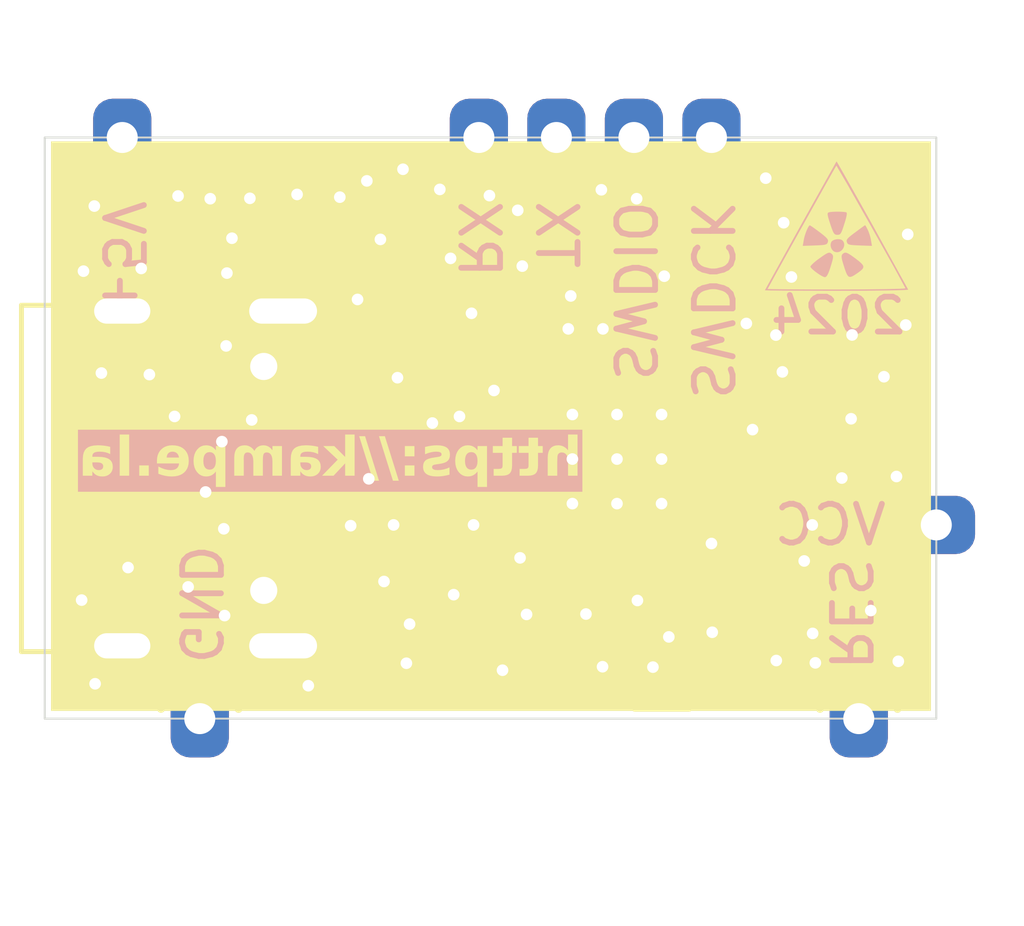
<source format=kicad_pcb>
(kicad_pcb (version 20240108) (generator "pcbnew") (generator_version "8.0")
  (layers (0 "F.Cu" signal) (31 "B.Cu" signal) (34 "B.Paste" user) (35 "F.Paste" user) (36 "B.SilkS" user "B.Silkscreen") (37 "F.SilkS" user "F.Silkscreen") (38 "B.Mask" user) (39 "F.Mask" user) (44 "Edge.Cuts" user))
  (net 0 "")
  (net 1 "GND")
  (net 2 "USB_P")
  (net 3 "Net-(U3-PG10)")
  (net 4 "3V3")
  (net 5 "/TPWR_C")
  (net 6 "Net-(D1-A)")
  (net 7 "Net-(D2-A)")
  (net 8 "Net-(D3-A)")
  (net 9 "Net-(D4-A)")
  (net 11 "Net-(J1-DN1)")
  (net 12 "/CC2")
  (net 13 "/CC1")
  (net 14 "Net-(J1-DP1)")
  (net 16 "/iRST")
  (net 17 "Net-(Q1-D)")
  (net 18 "/RST")
  (net 19 "Net-(U3-PB8)")
  (net 20 "TPWR")
  (net 21 "/iTXD")
  (net 22 "/iRXD")
  (net 23 "/xSWD")
  (net 24 "/iSWDO")
  (net 25 "/LED0")
  (net 26 "/LED1")
  (net 27 "/LED2")
  (net 28 "/SWCLK")
  (net 29 "/SWDIO")
  (net 30 "/xSWCLK")
  (net 31 "/RXD")
  (net 32 "/TXD")
  (net 33 "/D_P")
  (net 34 "/D_N")
  (net 35 "Net-(U3-PF1)")
  (net 44 "Net-(U3-PF0)")
  (footprint "Capacitor_SMD:C_0603_1608Metric" (layer "F.Cu") (at 134.6 45 90)
    (property "Reference" "C3" (hide yes))
    (property "Value" "4.7uFx6.3")
  )
  (footprint "Fiducial:Fiducial_0.5mm_Mask1.5mm" (layer "F.Cu") (at 128.2 40.6)
    (property "Reference" "FID1" (hide yes))
    (property "Value" "Fiducial")
  )
  (footprint "MyLib:Castellated_Hole" (layer "F.Cu") (at 141.4 31.8 90)
    (property "Reference" "SWDIO")
    (property "Value" "SWDIO")
  )
  (footprint "Resistor_SMD:R_0402_1005Metric" (layer "F.Cu") (at 140.2 34.6 90)
    (property "Reference" "R9" (hide yes))
    (property "Value" "5.1K")
  )
  (footprint "LED_SMD:LED_0402_1005Metric" (layer "F.Cu") (at 139.235 46.1)
    (property "Reference" "D3" (hide yes))
    (property "Value" "ORANGE")
  )
  (footprint "Capacitor_SMD:C_0402_1005Metric" (layer "F.Cu") (at 148 39.8)
    (property "Reference" "C4" (hide yes))
    (property "Value" "0.1u")
  )
  (footprint "Resistor_SMD:R_0402_1005Metric" (layer "F.Cu") (at 147 43.4 180)
    (property "Reference" "R8" (hide yes))
    (property "Value" "10K")
  )
  (footprint "Resistor_SMD:R_0402_1005Metric" (layer "F.Cu") (at 147 44.6)
    (property "Reference" "R7" (hide yes))
    (property "Value" "5.1K")
  )
  (footprint "Resistor_SMD:R_0402_1005Metric" (layer "F.Cu") (at 143 34.6 90)
    (property "Reference" "R14" (hide yes))
    (property "Value" "100")
  )
  (footprint "MyLib:KINGHELM_KH-TYPE-C-16P" (layer "F.Cu") (at 128.2 40.6 -90)
    (property "Reference" "J1" (hide yes))
    (property "Value" "KH-TYPE-C-16P")
  )
  (footprint "Capacitor_SMD:C_0402_1005Metric" (layer "F.Cu") (at 141.4 34.6 90)
    (property "Reference" "C10" (hide yes))
    (property "Value" "0.1u")
  )
  (footprint "Resistor_SMD:R_0402_1005Metric" (layer "F.Cu") (at 134.8 42.6 180)
    (property "Reference" "R3" (hide yes))
    (property "Value" "5.1K")
  )
  (footprint "Package_DFN_QFN:QFN-32-1EP_5x5mm_P0.5mm_EP3.45x3.45mm" (layer "F.Cu") (at 140.9625 40.1 180)
    (property "Reference" "U3" (hide yes))
    (property "Value" "STM32G431KBUx")
  )
  (footprint "LED_SMD:LED_0402_1005Metric" (layer "F.Cu") (at 130.9 32.5)
    (property "Reference" "D4" (hide yes))
    (property "Value" "YELLOW")
  )
  (footprint "MyLib:Castellated_Hole" (layer "F.Cu") (at 139.4 31.8 90)
    (property "Reference" "TX")
    (property "Value" "TX")
  )
  (footprint "Resistor_SMD:R_0402_1005Metric" (layer "F.Cu") (at 139.2 44.9)
    (property "Reference" "R16" (hide yes))
    (property "Value" "470")
  )
  (footprint "Resistor_SMD:R_0402_1005Metric" (layer "F.Cu") (at 145 44.6)
    (property "Reference" "R6" (hide yes))
    (property "Value" "10K")
  )
  (footprint "MyLib:Castellated_Hole" (layer "F.Cu") (at 143.4 31.8 90)
    (property "Reference" "SWDCK")
    (property "Value" "SWDCK")
  )
  (footprint "Package_TO_SOT_SMD:SOT-23" (layer "F.Cu") (at 136.6 35.4 -90)
    (property "Reference" "U4" (hide yes))
    (property "Value" "AP2127N-3.3TRG1")
  )
  (footprint "Resistor_SMD:R_0402_1005Metric" (layer "F.Cu") (at 136.8 44.9 180)
    (property "Reference" "R15" (hide yes))
    (property "Value" "470")
  )
  (footprint "MyLib:Castellated_Hole" (layer "F.Cu") (at 147.2 46.8 -90)
    (property "Reference" "RES")
    (property "Value" "RES")
  )
  (footprint "Resistor_SMD:R_0402_1005Metric" (layer "F.Cu") (at 141.91 36.2)
    (property "Reference" "R12" (hide yes))
    (property "Value" "470")
  )
  (footprint "Capacitor_SMD:C_0402_1005Metric" (layer "F.Cu") (at 145 43.4)
    (property "Reference" "C8" (hide yes))
    (property "Value" "0.1u")
  )
  (footprint "MyLib:EVQ-P2202M" (layer "F.Cu") (at 147 35.4 90)
    (property "Reference" "SW1" (hide yes))
    (property "Value" "EVQ-P2202M")
  )
  (footprint "Capacitor_SMD:C_0402_1005Metric" (layer "F.Cu") (at 136.88 42.6)
    (property "Reference" "C2" (hide yes))
    (property "Value" "0.1u")
  )
  (footprint "MyLib:Castellated_Hole" (layer "F.Cu") (at 149.2 41.8)
    (property "Reference" "VCC")
    (property "Value" "P_SNS")
  )
  (footprint "Resistor_SMD:R_0402_1005Metric" (layer "F.Cu") (at 145 46)
    (property "Reference" "R1" (hide yes))
    (property "Value" "100")
  )
  (footprint "MyLib:Castellated_Hole" (layer "F.Cu") (at 137.4 31.8 90)
    (property "Reference" "RX")
    (property "Value" "RX")
  )
  (footprint "Resistor_SMD:R_0402_1005Metric" (layer "F.Cu") (at 146 39.8 180)
    (property "Reference" "R4" (hide yes))
    (property "Value" "10K")
  )
  (footprint "Resistor_SMD:R_0402_1005Metric" (layer "F.Cu") (at 129.71 34.4 180)
    (property "Reference" "R11" (hide yes))
    (property "Value" "10K")
  )
  (footprint "Resistor_SMD:R_0402_1005Metric" (layer "F.Cu") (at 133 32.5 180)
    (property "Reference" "R17" (hide yes))
    (property "Value" "470")
  )
  (footprint "LED_SMD:LED_0402_1005Metric" (layer "F.Cu") (at 127.6 34.4)
    (property "Reference" "D1" (hide yes))
    (property "Value" "GREEN")
  )
  (footprint "Resistor_SMD:R_0402_1005Metric" (layer "F.Cu") (at 139.2 34.6 90)
    (property "Reference" "R10" (hide yes))
    (property "Value" "5.1K")
  )
  (footprint "LED_SMD:LED_0402_1005Metric" (layer "F.Cu") (at 136.8 46.1 180)
    (property "Reference" "D2" (hide yes))
    (property "Value" "RED")
  )
  (footprint "Resistor_SMD:R_0402_1005Metric" (layer "F.Cu") (at 134.8 39 180)
    (property "Reference" "R2" (hide yes))
    (property "Value" "5.1K")
  )
  (footprint "Capacitor_SMD:C_0402_1005Metric" (layer "F.Cu") (at 138.4 36.4)
    (property "Reference" "C1" (hide yes))
    (property "Value" "0.1u")
  )
  (footprint "MyLib:Castellated_Hole" (layer "F.Cu") (at 130.2 46.8 -90)
    (property "Reference" "GND")
    (property "Value" "GND")
  )
  (footprint "Package_TO_SOT_SMD:SOT-323_SC-70" (layer "F.Cu") (at 142.095815 45.4)
    (property "Reference" "Q1" (hide yes))
    (property "Value" "NX138BKWX")
  )
  (footprint "Resistor_SMD:R_0402_1005Metric" (layer "F.Cu") (at 144 34.6 90)
    (property "Reference" "R13" (hide yes))
    (property "Value" "100")
  )
  (footprint "Capacitor_SMD:C_0402_1005Metric" (layer "F.Cu") (at 136.8 38.2 180)
    (property "Reference" "C7" (hide yes))
    (property "Value" "0.1u")
  )
  (footprint "Capacitor_SMD:C_0603_1608Metric" (layer "F.Cu") (at 133 34.4)
    (property "Reference" "C6" (hide yes))
    (property "Value" "4.7uFx6.3")
  )
  (footprint "Capacitor_SMD:C_0402_1005Metric" (layer "F.Cu") (at 148.43 44 -90)
    (property "Reference" "C9" (hide yes))
    (property "Value" "0.1u")
  )
  (footprint "Package_TO_SOT_SMD:SOT-563" (layer "F.Cu") (at 136.2 40.6)
    (property "Reference" "U1" (hide yes))
    (property "Value" "NUF2042XV6")
  )
  (footprint "Crystal:Resonator_SMD_Murata_CSTxExxV-3Pin_3.0x1.1mm" (layer "F.Cu") (at 146 41.8)
    (property "Reference" "Y1" (hide yes))
    (property "Value" "CSTNE20M")
  )
  (footprint "MyLib:Castellated_Hole" (layer "F.Cu") (at 128.2 31.8 90)
    (property "Reference" "+5V")
    (property "Value" "+5")
  )
  (footprint "Resistor_SMD:R_0402_1005Metric" (layer "F.Cu") (at 142.95 43.68 180)
    (property "Reference" "R5" (hide yes))
    (property "Value" "10K")
  )
  (gr_poly (pts (xy 146.431504 34.773505) (xy 146.419093 34.775734) (xy 146.405339 34.779906) (xy 146.390003 34.786124) (xy 146.372848 34.794492) (xy 146.353637 34.805114) (xy 146.332131 34.818091) (xy 146.308092 34.833529) (xy 146.281284 34.851529) (xy 146.251469 34.872197) (xy 146.181864 34.921944) (xy 146.15712 34.939825) (xy 146.133233 34.957669) (xy 146.110318 34.975359) (xy 146.088488 34.992775) (xy 146.067857 35.009798) (xy 146.048539 35.026309) (xy 146.030647 35.04219) (xy 146.014295 35.057322) (xy 145.999596 35.071586) (xy 145.986665 35.084862) (xy 145.975615 35.097033) (xy 145.966559 35.107979) (xy 145.959612 35.117581) (xy 145.956965 35.121841) (xy 145.954887 35.125721) (xy 145.953394 35.129205) (xy 145.952498 35.13228) (xy 145.952215 35.134929) (xy 145.952559 35.137138) (xy 145.955303 35.143494) (xy 145.95951 35.150613) (xy 145.971954 35.16689) (xy 145.989184 35.185461) (xy 146.010491 35.20582) (xy 146.035168 35.22746) (xy 146.062505 35.249875) (xy 146.091796 35.27256) (xy 146.122333 35.295006) (xy 146.153407 35.316709) (xy 146.18431 35.33716) (xy 146.214335 35.355855) (xy 146.242773 35.372287) (xy 146.268917 35.385948) (xy 146.292059 35.396333) (xy 146.31149 35.402936) (xy 146.319593 35.40466) (xy 146.326503 35.405249) (xy 146.334404 35.404454) (xy 146.342254 35.402032) (xy 146.350083 35.397924) (xy 146.357922 35.392075) (xy 146.365803 35.384428) (xy 146.373756 35.374926) (xy 146.381812 35.363511) (xy 146.390003 35.350128) (xy 146.398359 35.334719) (xy 146.406912 35.317227) (xy 146.415691 35.297596) (xy 146.42473 35.275769) (xy 146.434057 35.251688) (xy 146.443705 35.225298) (xy 146.464086 35.16536) (xy 146.480252 35.11407) (xy 146.494362 35.068401) (xy 146.506425 35.027942) (xy 146.511692 35.009537) (xy 146.516452 34.992279) (xy 146.520705 34.976116) (xy 146.524453 34.960997) (xy 146.527697 34.946871) (xy 146.530439 34.933685) (xy 146.532679 34.921387) (xy 146.53442 34.909927) (xy 146.535662 34.899253) (xy 146.536406 34.889312) (xy 146.536654 34.880053) (xy 146.536408 34.871425) (xy 146.535668 34.863375) (xy 146.534435 34.855853) (xy 146.532712 34.848806) (xy 146.530499 34.842183) (xy 146.527798 34.835932) (xy 146.52461 34.830001) (xy 146.520936 34.824339) (xy 146.516777 34.818894) (xy 146.512136 34.813614) (xy 146.507012 34.808448) (xy 146.501408 34.803345) (xy 146.495325 34.798251) (xy 146.488763 34.793116) (xy 146.481725 34.787888) (xy 146.472467 34.781952) (xy 146.463053 34.777443) (xy 146.453246 34.774463) (xy 146.44281 34.773116)) (fill solid) (layer "B.SilkS"))
  (gr_poly (pts (xy 145.934949 34.068293) (xy 145.931084 34.069789) (xy 145.926881 34.072644) (xy 145.922366 34.076793) (xy 145.912511 34.088716) (xy 145.901737 34.105043) (xy 145.890259 34.125255) (xy 145.878296 34.148837) (xy 145.866064 34.175271) (xy 145.853781 34.204041) (xy 145.841663 34.23463) (xy 145.829927 34.266521) (xy 145.818791 34.299198) (xy 145.808471 34.332143) (xy 145.799185 34.364841) (xy 145.791149 34.396773) (xy 145.784581 34.427424) (xy 145.779698 34.456277) (xy 145.755003 34.597388) (xy 146.065448 34.586805) (xy 146.114906 34.584846) (xy 146.158996 34.582877) (xy 146.198052 34.580805) (xy 146.232411 34.578537) (xy 146.247934 34.5773) (xy 146.262408 34.575979) (xy 146.275876 34.574562) (xy 146.28838 34.573038) (xy 146.299961 34.571396) (xy 146.310662 34.569622) (xy 146.320524 34.567707) (xy 146.32959 34.565638) (xy 146.337901 34.563404) (xy 146.3455 34.560992) (xy 146.352429 34.558392) (xy 146.358729 34.555592) (xy 146.364442 34.55258) (xy 146.369611 34.549344) (xy 146.374277 34.545874) (xy 146.378483 34.542156) (xy 146.38227 34.53818) (xy 146.38568 34.533935) (xy 146.388756 34.529407) (xy 146.39154 34.524586) (xy 146.394072 34.519461) (xy 146.396396 34.514018) (xy 146.398554 34.508248) (xy 146.400586 34.502138) (xy 146.404528 34.490487) (xy 146.406987 34.479214) (xy 146.407803 34.468117) (xy 146.407544 34.462571) (xy 146.406815 34.456993) (xy 146.405595 34.451359) (xy 146.403863 34.445643) (xy 146.398788 34.433863) (xy 146.391428 34.421453) (xy 146.381624 34.408211) (xy 146.369216 34.393935) (xy 146.354043 34.378425) (xy 146.335945 34.361477) (xy 146.314762 34.342892) (xy 146.290334 34.322467) (xy 146.2625 34.3) (xy 146.195975 34.248138) (xy 146.147868 34.212047) (xy 146.102159 34.178354) (xy 146.059922 34.147803) (xy 146.022232 34.121138) (xy 145.990165 34.099103) (xy 145.964796 34.082443) (xy 145.954958 34.07636) (xy 145.947198 34.071901) (xy 145.94165 34.069157) (xy 145.939747 34.068457) (xy 145.938448 34.068221)) (fill solid) (layer "B.SilkS"))
  (gr_poly (pts (xy 146.580744 33.715719) (xy 146.513751 33.719192) (xy 146.484711 33.721796) (xy 146.459739 33.72498) (xy 146.439655 33.728742) (xy 146.425281 33.733083) (xy 146.417306 33.736179) (xy 146.410598 33.740324) (xy 146.405181 33.745741) (xy 146.401082 33.752651) (xy 146.398327 33.761276) (xy 146.396941 33.77184) (xy 146.396951 33.784563) (xy 146.398382 33.799669) (xy 146.401259 33.81738) (xy 146.405609 33.837917) (xy 146.411458 33.861503) (xy 146.418832 33.88836) (xy 146.438255 33.952776) (xy 146.464086 34.032944) (xy 146.479208 34.077931) (xy 146.492949 34.117845) (xy 146.505502 34.152983) (xy 146.517058 34.183646) (xy 146.522522 34.197393) (xy 146.527808 34.210134) (xy 146.53294 34.221905) (xy 146.537942 34.232745) (xy 146.542839 34.242692) (xy 146.547653 34.251781) (xy 146.552409 34.260052) (xy 146.557131 34.267541) (xy 146.561843 34.274286) (xy 146.566568 34.280324) (xy 146.571331 34.285693) (xy 146.576155 34.29043) (xy 146.581065 34.294573) (xy 146.586083 34.298159) (xy 146.591235 34.301226) (xy 146.596543 34.303811) (xy 146.602033 34.305951) (xy 146.607727 34.307685) (xy 146.61365 34.309049) (xy 146.619825 34.310081) (xy 146.626277 34.310818) (xy 146.63303 34.311299) (xy 146.647531 34.311638) (xy 146.662613 34.311298) (xy 146.676242 34.310074) (xy 146.688621 34.307662) (xy 146.699951 34.303756) (xy 146.710434 34.298051) (xy 146.720271 34.290244) (xy 146.729663 34.280028) (xy 146.738812 34.2671) (xy 146.74792 34.251153) (xy 146.757188 34.231884) (xy 146.766818 34.208987) (xy 146.777011 34.182158) (xy 146.799894 34.115481) (xy 146.827447 34.029416) (xy 146.838196 33.995973) (xy 146.847953 33.964448) (xy 146.856717 33.934856) (xy 146.864489 33.907211) (xy 146.871269 33.881531) (xy 146.877057 33.857829) (xy 146.881852 33.836123) (xy 146.885656 33.816426) (xy 146.888467 33.798756) (xy 146.890286 33.783126) (xy 146.891113 33.769553) (xy 146.891154 33.763543) (xy 146.890947 33.758053) (xy 146.890493 33.753084) (xy 146.88979 33.74864) (xy 146.888839 33.744721) (xy 146.88764 33.74133) (xy 146.886193 33.738469) (xy 146.884498 33.736139) (xy 146.882555 33.734343) (xy 146.880364 33.733083) (xy 146.86661 33.728742) (xy 146.847064 33.72498) (xy 146.822546 33.721796) (xy 146.793879 33.719192) (xy 146.727381 33.715719) (xy 146.654145 33.714562)) (fill solid) (layer "B.SilkS"))
  (gr_poly (pts (xy 146.655269 34.425024) (xy 146.63342 34.426732) (xy 146.611736 34.429969) (xy 146.59059 34.43469) (xy 146.570354 34.440847) (xy 146.560693 34.44445) (xy 146.551399 34.448395) (xy 146.542518 34.452675) (xy 146.534098 34.457286) (xy 146.526183 34.46222) (xy 146.518822 34.467474) (xy 146.51206 34.473039) (xy 146.505944 34.478912) (xy 146.500521 34.485086) (xy 146.495836 34.491555) (xy 146.490873 34.500314) (xy 146.48656 34.50937) (xy 146.482883 34.518692) (xy 146.47983 34.528245) (xy 146.477391 34.537997) (xy 146.475551 34.547916) (xy 146.474299 34.557967) (xy 146.473622 34.568119) (xy 146.473509 34.578337) (xy 146.473947 34.58859) (xy 146.474924 34.598844) (xy 146.476427 34.609067) (xy 146.478444 34.619225) (xy 146.480963 34.629285) (xy 146.483972 34.639215) (xy 146.487458 34.648982) (xy 146.491409 34.658552) (xy 146.495813 34.667893) (xy 146.500658 34.676971) (xy 146.505931 34.685755) (xy 146.511619 34.69421) (xy 146.517712 34.702304) (xy 146.524196 34.710004) (xy 146.531059 34.717277) (xy 146.538289 34.72409) (xy 146.545874 34.730411) (xy 146.553801 34.736205) (xy 146.562058 34.741441) (xy 146.570633 34.746085) (xy 146.579513 34.750105) (xy 146.588687 34.753467) (xy 146.598142 34.756138) (xy 146.613276 34.759343) (xy 146.628224 34.761065) (xy 146.642942 34.761373) (xy 146.657391 34.760334) (xy 146.671526 34.758016) (xy 146.685307 34.754487) (xy 146.698691 34.749815) (xy 146.711637 34.744067) (xy 146.724102 34.737311) (xy 146.736045 34.729615) (xy 146.747423 34.721048) (xy 146.758194 34.711676) (xy 146.768317 34.701568) (xy 146.777749 34.690791) (xy 146.786449 34.679413) (xy 146.794375 34.667503) (xy 146.801483 34.655127) (xy 146.807734 34.642354) (xy 146.813084 34.629252) (xy 146.817491 34.615888) (xy 146.820914 34.602331) (xy 146.823311 34.588647) (xy 146.824639 34.574905) (xy 146.824857 34.561173) (xy 146.823922 34.547519) (xy 146.821793 34.53401) (xy 146.818428 34.520713) (xy 146.813784 34.507698) (xy 146.80782 34.495032) (xy 146.800494 34.482783) (xy 146.791763 34.471018) (xy 146.781586 34.459805) (xy 146.77562 34.454419) (xy 146.768998 34.449503) (xy 146.761766 34.445051) (xy 146.75397 34.441056) (xy 146.745658 34.437514) (xy 146.736876 34.434419) (xy 146.72767 34.431763) (xy 146.718086 34.429543) (xy 146.708172 34.427751) (xy 146.697974 34.426383) (xy 146.676911 34.424892)) (fill solid) (layer "B.SilkS"))
  (gr_poly (pts (xy 146.84954 34.772292) (xy 146.844032 34.772873) (xy 146.838679 34.773854) (xy 146.833456 34.775224) (xy 146.828335 34.776971) (xy 146.823293 34.779084) (xy 146.818302 34.781551) (xy 146.813336 34.78436) (xy 146.799698 34.793561) (xy 146.787905 34.802902) (xy 146.777982 34.812769) (xy 146.769956 34.823552) (xy 146.763852 34.835636) (xy 146.759696 34.849411) (xy 146.757515 34.865262) (xy 146.757333 34.883579) (xy 146.759177 34.904748) (xy 146.763072 34.929158) (xy 146.769045 34.957195) (xy 146.777122 34.989247) (xy 146.787327 35.025702) (xy 146.799687 35.066948) (xy 146.830975 35.16536) (xy 146.846867 35.2133) (xy 146.861699 35.255353) (xy 146.875817 35.29167) (xy 146.882718 35.307725) (xy 146.889569 35.322402) (xy 146.896416 35.335719) (xy 146.903301 35.347696) (xy 146.910267 35.358352) (xy 146.917358 35.367705) (xy 146.924616 35.375773) (xy 146.932086 35.382576) (xy 146.939811 35.388133) (xy 146.947833 35.392461) (xy 146.956196 35.39558) (xy 146.964944 35.397509) (xy 146.974119 35.398266) (xy 146.983765 35.39787) (xy 146.993926 35.39634) (xy 147.004643 35.393694) (xy 147.015962 35.389951) (xy 147.027925 35.38513) (xy 147.040574 35.37925) (xy 147.053955 35.372329) (xy 147.08308 35.35544) (xy 147.115648 35.334614) (xy 147.152003 35.309999) (xy 147.192262 35.281689) (xy 147.227023 35.255994) (xy 147.256245 35.232469) (xy 147.268765 35.221382) (xy 147.279885 35.21067) (xy 147.289599 35.200279) (xy 147.297903 35.190153) (xy 147.30479 35.180236) (xy 147.310257 35.170473) (xy 147.314297 35.160808) (xy 147.316906 35.151186) (xy 147.318078 35.14155) (xy 147.317809 35.131847) (xy 147.316092 35.122019) (xy 147.312924 35.112011) (xy 147.308298 35.101769) (xy 147.302209 35.091236) (xy 147.294653 35.080356) (xy 147.285625 35.069075) (xy 147.275118 35.057337) (xy 147.263128 35.045085) (xy 147.24965 35.032265) (xy 147.234679 35.018822) (xy 147.200234 34.98984) (xy 147.159755 34.957695) (xy 147.113198 34.921944) (xy 147.078437 34.896214) (xy 147.046776 34.873203) (xy 147.01801 34.852816) (xy 146.99193 34.834962) (xy 146.968331 34.819547) (xy 146.947006 34.806478) (xy 146.937132 34.800794) (xy 146.927748 34.795662) (xy 146.91883 34.79107) (xy 146.91035 34.787006) (xy 146.902284 34.783459) (xy 146.894606 34.780417) (xy 146.88729 34.777869) (xy 146.880309 34.775803) (xy 146.873638 34.774206) (xy 146.867252 34.773069) (xy 146.861124 34.772378) (xy 146.855229 34.772123)) (fill solid) (layer "B.SilkS"))
  (gr_poly (pts (xy 147.361127 34.06563) (xy 147.356228 34.06838) (xy 147.339857 34.07897) (xy 147.315549 34.095761) (xy 147.284295 34.118051) (xy 147.20492 34.176315) (xy 147.10967 34.248138) (xy 147.072681 34.275291) (xy 147.039652 34.3) (xy 147.010404 34.322467) (xy 146.984764 34.342892) (xy 146.962555 34.361477) (xy 146.952683 34.370143) (xy 146.943602 34.378425) (xy 146.935292 34.386347) (xy 146.927729 34.393935) (xy 146.920892 34.401215) (xy 146.91476 34.408211) (xy 146.90931 34.414949) (xy 146.904519 34.421453) (xy 146.900367 34.427749) (xy 146.896832 34.433863) (xy 146.89389 34.439819) (xy 146.891521 34.445643) (xy 146.889702 34.451359) (xy 146.888412 34.456993) (xy 146.887628 34.462571) (xy 146.887328 34.468117) (xy 146.887491 34.473656) (xy 146.888095 34.479214) (xy 146.889117 34.484816) (xy 146.890536 34.490487) (xy 146.892329 34.496253) (xy 146.894475 34.502138) (xy 146.898665 34.514018) (xy 146.903522 34.524586) (xy 146.909381 34.533935) (xy 146.916579 34.542156) (xy 146.925451 34.549344) (xy 146.936333 34.555592) (xy 146.949561 34.560992) (xy 146.965472 34.565638) (xy 146.9844 34.569622) (xy 147.006682 34.573038) (xy 147.032654 34.575979) (xy 147.062651 34.578537) (xy 147.136066 34.582877) (xy 147.229614 34.586805) (xy 147.540059 34.597388) (xy 147.515364 34.456277) (xy 147.513058 34.440631) (xy 147.510141 34.42421) (xy 147.506667 34.407148) (xy 147.502686 34.38958) (xy 147.493412 34.353462) (xy 147.482732 34.31693) (xy 147.47106 34.281059) (xy 147.45881 34.246925) (xy 147.446393 34.215603) (xy 147.434225 34.188166) (xy 147.422367 34.163616) (xy 147.410799 34.140596) (xy 147.399809 34.119643) (xy 147.394621 34.110109) (xy 147.389687 34.101294) (xy 147.385042 34.093265) (xy 147.380723 34.086088) (xy 147.376765 34.079831) (xy 147.373206 34.07456) (xy 147.37008 34.070344) (xy 147.367425 34.06725) (xy 147.366285 34.066144) (xy 147.365276 34.065344) (xy 147.364403 34.064858) (xy 147.36367 34.064694)) (fill solid) (layer "B.SilkS"))
  (gr_poly (pts (xy 145.695472 34.083215) (xy 144.777808 35.743916) (xy 144.924377 35.749097) (xy 145.323291 35.753617) (xy 146.63342 35.758027) (xy 147.359701 35.755546) (xy 147.945753 35.748767) (xy 148.16883 35.744074) (xy 148.336013 35.738679) (xy 148.440359 35.732706) (xy 148.466796 35.72954) (xy 148.473201 35.72792) (xy 148.47492 35.726277) (xy 148.455461 35.690999) (xy 148.404364 35.690999) (xy 148.370664 35.697428) (xy 148.269041 35.703401) (xy 147.890632 35.713489) (xy 147.326352 35.720269) (xy 146.63342 35.722749) (xy 145.940763 35.721537) (xy 145.373121 35.718339) (xy 144.989365 35.713819) (xy 144.884841 35.71127) (xy 144.848364 35.708638) (xy 145.106333 35.23768) (xy 145.726781 34.121138) (xy 146.352079 33.001069) (xy 146.546328 32.656669) (xy 146.601118 32.56153) (xy 146.622836 32.526583) (xy 146.899712 32.999691) (xy 147.501694 34.062489) (xy 148.109629 35.148438) (xy 148.404364 35.690999) (xy 148.455461 35.690999) (xy 147.550642 34.050582) (xy 147.193895 33.413378) (xy 146.900649 32.892589) (xy 146.70133 32.542457) (xy 146.646401 32.448337) (xy 146.626364 32.417221)) (fill solid) (layer "B.SilkS"))
  (gr_poly (pts (xy 126.3625 31.9) (xy 149.0625 31.9) (xy 149.0625 46.6) (xy 126.3625 46.6)) (fill solid) (layer "F.SilkS"))
  (gr_rect (start 126.2 31.8) (end 149.2 46.8) (stroke (width 0.05)) (fill none) (layer "Edge.Cuts"))
  (gr_text "2024" (at 146.6625 36.4 0) (layer "B.SilkS") (effects (font (size 0.9 0.9) (thickness 0.15) (bold yes)) (justify mirror)))
  (gr_text "https://kampe.la" (at 140.0625 40.7 0) (layer "B.SilkS" knockout) (effects (font (size 1 1) (thickness 0.25) (bold yes)) (justify left bottom mirror)))
  (segment (start 138.88 36.4) (end 137.55 35.07) (width 0.125) (layer "F.Cu") (net 1))
  (segment (start 140.2125 37.6625) (end 140.2125 39.35) (width 0.125) (layer "F.Cu") (net 1))
  (segment (start 139.2125 37.146714) (end 139.2125 37.6625) (width 0.125) (layer "F.Cu") (net 1))
  (via (at 127.1525 43.74) (size 0.55) (drill 0.3) (layers "F.Cu" "B.Cu") (net 1))
  (via (at 142.1125 41.25) (size 0.55) (drill 0.3) (layers "F.Cu" "B.Cu") (net 1))
  (via (at 140.9625 38.95) (size 0.55) (drill 0.3) (layers "F.Cu" "B.Cu") (net 1))
  (via (at 135.3 38) (size 0.55) (drill 0.3) (layers "F.Cu" "B.Cu") (net 1))
  (via (at 138.63 44.11) (size 0.55) (drill 0.3) (layers "F.Cu" "B.Cu") (net 1))
  (via (at 133.8125 33.34) (size 0.55) (drill 0.3) (layers "F.Cu" "B.Cu") (net 1))
  (via (at 129.55 39) (size 0.55) (drill 0.3) (layers "F.Cu" "B.Cu") (net 1))
  (via (at 128.9 37.92) (size 0.55) (drill 0.3) (layers "F.Cu" "B.Cu") (net 1))
  (via (at 134.56 40.61) (size 0.55) (drill 0.3) (layers "F.Cu" "B.Cu") (net 1))
  (via (at 135.4425 32.62) (size 0.55) (drill 0.3) (layers "F.Cu" "B.Cu") (net 1))
  (via (at 130.77 39.65) (size 0.55) (drill 0.3) (layers "F.Cu" "B.Cu") (net 1))
  (via (at 144.8 32.85) (size 0.55) (drill 0.3) (layers "F.Cu" "B.Cu") (net 1))
  (via (at 134.0925 41.82) (size 0.55) (drill 0.3) (layers "F.Cu" "B.Cu") (net 1))
  (via (at 130.9 35.3) (size 0.55) (drill 0.3) (layers "F.Cu" "B.Cu") (net 1))
  (via (at 146.7625 40.59) (size 0.55) (drill 0.3) (layers "F.Cu" "B.Cu") (net 1))
  (via (at 128.35 42.9) (size 0.55) (drill 0.3) (layers "F.Cu" "B.Cu") (net 1))
  (via (at 144.3 36.6) (size 0.55) (drill 0.3) (layers "F.Cu" "B.Cu") (net 1))
  (via (at 141.49 43.75) (size 0.55) (drill 0.3) (layers "F.Cu" "B.Cu") (net 1))
  (via (at 127.2 35.25) (size 0.55) (drill 0.3) (layers "F.Cu" "B.Cu") (net 1))
  (via (at 135.2 41.8) (size 0.55) (drill 0.3) (layers "F.Cu" "B.Cu") (net 1))
  (via (at 136.3925 33.14) (size 0.55) (drill 0.3) (layers "F.Cu" "B.Cu") (net 1))
  (via (at 135.6125 44.36) (size 0.55) (drill 0.3) (layers "F.Cu" "B.Cu") (net 1))
  (via (at 127.5 45.9) (size 0.55) (drill 0.3) (layers "F.Cu" "B.Cu") (net 1))
  (via (at 148.4125 36.64) (size 0.55) (drill 0.3) (layers "F.Cu" "B.Cu") (net 1))
  (via (at 145.0625 36.9) (size 0.55) (drill 0.3) (layers "F.Cu" "B.Cu") (net 1))
  (via (at 127.6625 37.88) (size 0.55) (drill 0.3) (layers "F.Cu" "B.Cu") (net 1))
  (via (at 127.48 33.57) (size 0.55) (drill 0.3) (layers "F.Cu" "B.Cu") (net 1))
  (via (at 140.9625 41.25) (size 0.55) (drill 0.3) (layers "F.Cu" "B.Cu") (net 1))
  (via (at 134.9525 43.26) (size 0.55) (drill 0.3) (layers "F.Cu" "B.Cu") (net 1))
  (via (at 147.0025 39.06) (size 0.55) (drill 0.3) (layers "F.Cu" "B.Cu") (net 1))
  (via (at 141.47 33.38) (size 0.55) (drill 0.3) (layers "F.Cu" "B.Cu") (net 1))
  (via (at 147.027964 36.897004) (size 0.55) (drill 0.3) (layers "F.Cu" "B.Cu") (net 1))
  (via (at 148.1725 40.55) (size 0.55) (drill 0.3) (layers "F.Cu" "B.Cu") (net 1))
  (via (at 136.75 43.6) (size 0.55) (drill 0.3) (layers "F.Cu" "B.Cu") (net 1))
  (via (at 146.08 45.36) (size 0.55) (drill 0.3) (layers "F.Cu" "B.Cu") (net 1))
  (via (at 129.9 43.4) (size 0.55) (drill 0.3) (layers "F.Cu" "B.Cu") (net 1))
  (via (at 139.8125 38.95) (size 0.55) (drill 0.3) (layers "F.Cu" "B.Cu") (net 1))
  (via (at 130.35 40.95) (size 0.55) (drill 0.3) (layers "F.Cu" "B.Cu") (net 1))
  (via (at 139.8125 40.1) (size 0.55) (drill 0.3) (layers "F.Cu" "B.Cu") (net 1))
  (via (at 140.1625 44.1) (size 0.55) (drill 0.3) (layers "F.Cu" "B.Cu") (net 1))
  (via (at 129.64 33.31) (size 0.55) (drill 0.3) (layers "F.Cu" "B.Cu") (net 1))
  (via (at 130.88 37.18) (size 0.55) (drill 0.3) (layers "F.Cu" "B.Cu") (net 1))
  (via (at 138.4025 33.68) (size 0.55) (drill 0.3) (layers "F.Cu" "B.Cu") (net 1))
  (via (at 134.27 35.98) (size 0.55) (drill 0.3) (layers "F.Cu" "B.Cu") (net 1))
  (via (at 130.82 41.9) (size 0.55) (drill 0.3) (layers "F.Cu" "B.Cu") (net 1))
  (via (at 148.22 45.32) (size 0.55) (drill 0.3) (layers "F.Cu" "B.Cu") (net 1))
  (via (at 133 45.95) (size 0.55) (drill 0.3) (layers "F.Cu" "B.Cu") (net 1))
  (via (at 131.4925 33.37) (size 0.55) (drill 0.3) (layers "F.Cu" "B.Cu") (net 1))
  (via (at 146.000002 41.8) (size 0.55) (drill 0.3) (layers "F.Cu" "B.Cu") (net 1))
  (via (at 128.69 35.18) (size 0.55) (drill 0.3) (layers "F.Cu" "B.Cu") (net 1))
  (via (at 137.2625 41.8) (size 0.55) (drill 0.3) (layers "F.Cu" "B.Cu") (net 1))
  (via (at 138.4625 42.65) (size 0.55) (drill 0.3) (layers "F.Cu" "B.Cu") (net 1))
  (via (at 130.84 44.14) (size 0.55) (drill 0.3) (layers "F.Cu" "B.Cu") (net 1))
  (via (at 140.56 33.15) (size 0.55) (drill 0.3) (layers "F.Cu" "B.Cu") (net 1))
  (via (at 141.89 45.47) (size 0.55) (drill 0.3) (layers "F.Cu" "B.Cu") (net 1))
  (via (at 130.47 33.38) (size 0.55) (drill 0.3) (layers "F.Cu" "B.Cu") (net 1))
  (via (at 145.4625 35.4) (size 0.55) (drill 0.3) (layers "F.Cu" "B.Cu") (net 1))
  (via (at 148.4625 34.3) (size 0.55) (drill 0.3) (layers "F.Cu" "B.Cu") (net 1))
  (via (at 132.71 33.27) (size 0.55) (drill 0.3) (layers "F.Cu" "B.Cu") (net 1))
  (via (at 143.42 44.57) (size 0.55) (drill 0.3) (layers "F.Cu" "B.Cu") (net 1))
  (via (at 140.59 45.46) (size 0.55) (drill 0.3) (layers "F.Cu" "B.Cu") (net 1))
  (via (at 145.2625 34) (size 0.55) (drill 0.3) (layers "F.Cu" "B.Cu") (net 1))
  (via (at 135.53 45.37) (size 0.55) (drill 0.3) (layers "F.Cu" "B.Cu") (net 1))
  (via (at 140.9625 40.1) (size 0.55) (drill 0.3) (layers "F.Cu" "B.Cu") (net 1))
  (via (at 145.7925 42.73) (size 0.55) (drill 0.3) (layers "F.Cu" "B.Cu") (net 1))
  (via (at 137.6725 33.3) (size 0.55) (drill 0.3) (layers "F.Cu" "B.Cu") (net 1))
  (via (at 138.01 45.55) (size 0.55) (drill 0.3) (layers "F.Cu" "B.Cu") (net 1))
  (via (at 142.1125 38.95) (size 0.55) (drill 0.3) (layers "F.Cu" "B.Cu") (net 1))
  (via (at 142.1825 35.38) (size 0.55) (drill 0.3) (layers "F.Cu" "B.Cu") (net 1))
  (via (at 136.67 34.92) (size 0.55) (drill 0.3) (layers "F.Cu" "B.Cu") (net 1))
  (via (at 139.8125 41.25) (size 0.55) (drill 0.3) (layers "F.Cu" "B.Cu") (net 1))
  (via (at 145.0725 45.3) (size 0.55) (drill 0.3) (layers "F.Cu" "B.Cu") (net 1))
  (via (at 142.1125 40.1) (size 0.55) (drill 0.3) (layers "F.Cu" "B.Cu") (net 1))
  (arc (start 142.7125 42.264214) (mid 142.63638 41.881531) (end 142.419607 41.557107) (width 0.125) (layer "F.Cu") (net 1))
  (arc (start 139.2125 37.146714) (mid 139.13638 36.764031) (end 138.919607 36.439607) (width 0.125) (layer "F.Cu") (net 1))
  (arc (start 139.505393 38.642893) (mid 139.28862 38.31847) (end 139.2125 37.935786) (width 0.125) (layer "F.Cu") (net 1))
  (segment (start 132.137107 38.492893) (end 131.54 39.09) (width 0.25) (layer "F.Cu") (net 2))
  (segment (start 136.232238 40.941022) (end 136.4 42.6) (width 0.25) (layer "F.Cu") (net 2))
  (segment (start 136.315624 40.699211) (end 136.295502 40.724629) (width 0.25) (layer "F.Cu") (net 2))
  (segment (start 137.21 36.3375) (end 137.8575 36.3375) (width 0.25) (layer "F.Cu") (net 2))
  (segment (start 136.264302 42.871395) (end 136.4 42.6) (width 0.25) (layer "F.Cu") (net 2))
  (segment (start 136.95 40.6) (end 136.561942 40.585627) (width 0.25) (layer "F.Cu") (net 2))
  (segment (start 134.6 44.225) (end 135.490833 43.700045) (width 0.25) (layer "F.Cu") (net 2))
  (segment (start 131.832893 42.402893) (end 132.137107 42.707107) (width 0.25) (layer "F.Cu") (net 2))
  (segment (start 134.012893 43.292893) (end 134.6 43.88) (width 0.25) (layer "F.Cu") (net 2))
  (segment (start 134.6 43.88) (end 134.6 44.225) (width 0.25) (layer "F.Cu") (net 2))
  (segment (start 136.6 36.3375) (end 137.21 36.3375) (width 0.25) (layer "F.Cu") (net 2))
  (segment (start 131.54 39.09) (end 131.54 41.695786) (width 0.25) (layer "F.Cu") (net 2))
  (via (at 137.21 36.3375) (size 0.55) (drill 0.3) (layers "F.Cu" "B.Cu") (net 2))
  (via (at 131.54 39.09) (size 0.55) (drill 0.3) (layers "F.Cu" "B.Cu") (net 2))
  (arc (start 136.232238 40.941022) (mid 136.242769 40.826656) (end 136.295502 40.724629) (width 0.25) (layer "F.Cu") (net 2))
  (arc (start 132.844214 43) (mid 132.461531 42.92388) (end 132.137107 42.707107) (width 0.25) (layer "F.Cu") (net 2))
  (arc (start 136.264302 42.871395) (mid 135.937503 43.341664) (end 135.490833 43.700045) (width 0.25) (layer "F.Cu") (net 2))
  (arc (start 131.54 41.695786) (mid 131.61612 42.078469) (end 131.832893 42.402893) (width 0.25) (layer "F.Cu") (net 2))
  (arc (start 132.137107 38.492893) (mid 132.46153 38.27612) (end 132.844214 38.2) (width 0.25) (layer "F.Cu") (net 2))
  (arc (start 134.012893 43.292893) (mid 133.68847 43.07612) (end 133.305786 43) (width 0.25) (layer "F.Cu") (net 2))
  (arc (start 136.561942 40.585627) (mid 136.425213 40.612991) (end 136.315624 40.699211) (width 0.25) (layer "F.Cu") (net 2))
  (segment (start 132.395786 39.09) (end 131.54 39.09) (width 0.25) (layer "B.Cu") (net 2))
  (segment (start 130.05 35.784214) (end 130.05 37.185786) (width 0.25) (layer "B.Cu") (net 2))
  (segment (start 137.21 36.3375) (end 135.976714 36.3375) (width 0.25) (layer "B.Cu") (net 2))
  (segment (start 128.2 31.8) (end 128.2 33.105786) (width 0.25) (layer "B.Cu") (net 2))
  (segment (start 135.269607 36.630393) (end 133.102893 38.797107) (width 0.25) (layer "B.Cu") (net 2))
  (segment (start 128.492893 33.812893) (end 129.757107 35.077107) (width 0.25) (layer "B.Cu") (net 2))
  (segment (start 130.342893 37.892893) (end 131.54 39.09) (width 0.25) (layer "B.Cu") (net 2))
  (arc (start 132.395786 39.09) (mid 132.778469 39.01388) (end 133.102893 38.797107) (width 0.25) (layer "B.Cu") (net 2))
  (arc (start 128.2 33.105786) (mid 128.27612 33.488469) (end 128.492893 33.812893) (width 0.25) (layer "B.Cu") (net 2))
  (arc (start 130.05 37.185786) (mid 130.12612 37.568469) (end 130.342893 37.892893) (width 0.25) (layer "B.Cu") (net 2))
  (arc (start 135.269607 36.630393) (mid 135.59403 36.41362) (end 135.976714 36.3375) (width 0.25) (layer "B.Cu") (net 2))
  (arc (start 130.05 35.784214) (mid 129.97388 35.401531) (end 129.757107 35.077107) (width 0.25) (layer "B.Cu") (net 2))
  (segment (start 143.4 40.35) (end 145.545786 40.35) (width 0.125) (layer "F.Cu") (net 3))
  (segment (start 146.252893 40.057107) (end 146.51 39.8) (width 0.125) (layer "F.Cu") (net 3))
  (segment (start 147.52 39.8) (end 146.51 39.8) (width 0.25) (layer "F.Cu") (net 3))
  (arc (start 145.545786 40.35) (mid 145.928469 40.27388) (end 146.252893 40.057107) (width 0.125) (layer "F.Cu") (net 3))
  (segment (start 145.49 39.43) (end 145.857107 39.062893) (width 0.25) (layer "F.Cu") (net 4))
  (segment (start 139.7125 37.6625) (end 139.7125 36.745332) (width 0.25) (layer "F.Cu") (net 4))
  (segment (start 137.790006 38.330006) (end 137.79 38.330006) (width 0.25) (layer "F.Cu") (net 4))
  (segment (start 133.775 34.4) (end 134.83 34.4) (width 0.25) (layer "F.Cu") (net 4))
  (segment (start 134.83 34.4) (end 134.86 34.43) (width 0.25) (layer "F.Cu") (net 4))
  (segment (start 134.86 34.43) (end 135.6175 34.43) (width 0.25) (layer "F.Cu") (net 4))
  (segment (start 137.81 38.35) (end 137.790006 38.330006) (width 0.25) (layer "F.Cu") (net 4))
  (segment (start 145.49 39.8) (end 145.49 39.43) (width 0.25) (layer "F.Cu") (net 4))
  (segment (start 145.23 37.85) (end 146.025 37.85) (width 0.25) (layer "F.Cu") (net 4))
  (segment (start 141.4 35.08) (end 139.7407 36.7393) (width 0.25) (layer "F.Cu") (net 4))
  (segment (start 139.7125 36.745332) (end 139.706468 36.7393) (width 0.25) (layer "F.Cu") (net 4))
  (segment (start 146.15 32.825) (end 146.15 37.975) (width 0.25) (layer "F.Cu") (net 4))
  (segment (start 135.827107 37.167107) (end 135.796446 37.136446) (width 0.25) (layer "F.Cu") (net 4))
  (segment (start 136.354629 37.38384) (end 135.827107 37.167107) (width 0.25) (layer "F.Cu") (net 4))
  (segment (start 130.22 34.4) (end 131.029998 34.4) (width 0.125) (layer "F.Cu") (net 4))
  (segment (start 143.4 42.28) (end 144.52 43.4) (width 0.25) (layer "F.Cu") (net 4))
  (segment (start 137.43 38.35) (end 137.81 38.35) (width 0.25) (layer "F.Cu") (net 4))
  (segment (start 143.4 41.85) (end 143.4 42.28) (width 0.25) (layer "F.Cu") (net 4))
  (segment (start 135.65 36.782964) (end 135.65 34.4625) (width 0.25) (layer "F.Cu") (net 4))
  (segment (start 139.7407 36.7393) (end 139.706468 36.7393) (width 0.25) (layer "F.Cu") (net 4))
  (segment (start 137.81 38.35) (end 138.525 38.35) (width 0.25) (layer "F.Cu") (net 4))
  (segment (start 137.28 38.2) (end 136.681708 37.601708) (width 0.25) (layer "F.Cu") (net 4))
  (via (at 143.4 42.28) (size 0.55) (drill 0.3) (layers "F.Cu" "B.Cu") (net 4))
  (via (at 139.706468 36.7393) (size 0.55) (drill 0.3) (layers "F.Cu" "B.Cu") (net 4))
  (via (at 145.23 37.85) (size 0.55) (drill 0.3) (layers "F.Cu" "B.Cu") (net 4))
  (via (at 134.86 34.43) (size 0.55) (drill 0.3) (layers "F.Cu" "B.Cu") (net 4))
  (via (at 131.029998 34.4) (size 0.55) (drill 0.3) (layers "F.Cu" "B.Cu") (net 4))
  (via (at 137.79 38.330006) (size 0.55) (drill 0.3) (layers "F.Cu" "B.Cu") (net 4))
  (arc (start 136.681708 37.601708) (mid 136.528977 37.476548) (end 136.354629 37.38384) (width 0.25) (layer "F.Cu") (net 4))
  (arc (start 145.857107 39.062893) (mid 146.07388 38.73847) (end 146.15 38.355786) (width 0.25) (layer "F.Cu") (net 4))
  (arc (start 135.796446 37.136446) (mid 135.688047 36.974239) (end 135.65 36.782964) (width 0.25) (layer "F.Cu") (net 4))
  (segment (start 139.706468 36.7393) (end 139.244914 36.7393) (width 0.25) (layer "B.Cu") (net 4))
  (segment (start 134.83 34.4) (end 131.029998 34.4) (width 0.125) (layer "B.Cu") (net 4))
  (segment (start 137.79 38.194214) (end 137.79 38.330006) (width 0.25) (layer "B.Cu") (net 4))
  (segment (start 134.86 34.43) (end 134.83 34.4) (width 0.125) (layer "B.Cu") (net 4))
  (segment (start 138.537807 37.032193) (end 138.082893 37.487107) (width 0.25) (layer "B.Cu") (net 4))
  (segment (start 145.102893 37.722893) (end 145.23 37.85) (width 0.25) (layer "B.Cu") (net 4))
  (segment (start 139.706468 36.7393) (end 140.104275 37.137107) (width 0.25) (layer "B.Cu") (net 4))
  (segment (start 143.4 37.43) (end 144.395786 37.43) (width 0.25) (layer "B.Cu") (net 4))
  (segment (start 143.4 37.43) (end 143.4 42.28) (width 0.25) (layer "B.Cu") (net 4))
  (segment (start 140.811382 37.43) (end 143.4 37.43) (width 0.25) (layer "B.Cu") (net 4))
  (arc (start 138.537807 37.032193) (mid 138.86223 36.81542) (end 139.244914 36.7393) (width 0.25) (layer "B.Cu") (net 4))
  (arc (start 145.102893 37.722893) (mid 144.77847 37.50612) (end 144.395786 37.43) (width 0.25) (layer "B.Cu") (net 4))
  (arc (start 138.082893 37.487107) (mid 137.86612 37.81153) (end 137.79 38.194214) (width 0.25) (layer "B.Cu") (net 4))
  (arc (start 140.104275 37.137107) (mid 140.428698 37.35388) (end 140.811382 37.43) (width 0.25) (layer "B.Cu") (net 4))
  (segment (start 143.4 39.35) (end 144.45 39.35) (width 0.125) (layer "F.Cu") (net 5))
  (segment (start 147.51 44.6) (end 147.51 43.4) (width 0.25) (layer "F.Cu") (net 5))
  (segment (start 147.51 43.4) (end 147.51 44.01) (width 0.25) (layer "F.Cu") (net 5))
  (segment (start 144.45 39.35) (end 144.46 39.34) (width 0.125) (layer "F.Cu") (net 5))
  (segment (start 147.51 43.52) (end 147.51 44.01) (width 0.25) (layer "F.Cu") (net 5))
  (segment (start 148.6 43.52) (end 147.51 43.52) (width 0.25) (layer "F.Cu") (net 5))
  (via (at 144.46 39.34) (size 0.55) (drill 0.3) (layers "F.Cu" "B.Cu") (net 5))
  (via (at 147.51 44.01) (size 0.55) (drill 0.3) (layers "F.Cu" "B.Cu") (net 5))
  (segment (start 144.46 39.34) (end 144.46 41.935786) (width 0.125) (layer "B.Cu") (net 5))
  (segment (start 146.534214 44.01) (end 147.51 44.01) (width 0.125) (layer "B.Cu") (net 5))
  (segment (start 144.752893 42.642893) (end 145.827107 43.717107) (width 0.125) (layer "B.Cu") (net 5))
  (arc (start 144.46 41.935786) (mid 144.53612 42.318469) (end 144.752893 42.642893) (width 0.125) (layer "B.Cu") (net 5))
  (arc (start 145.827107 43.717107) (mid 146.15153 43.93388) (end 146.534214 44.01) (width 0.125) (layer "B.Cu") (net 5))
  (segment (start 128.085 34.4) (end 129.2 34.4) (width 0.125) (layer "F.Cu") (net 6))
  (segment (start 136.315 46.2) (end 136.315 44.925) (width 0.125) (layer "F.Cu") (net 7))
  (segment (start 139.71 44.9) (end 139.71 46.19) (width 0.125) (layer "F.Cu") (net 8))
  (segment (start 131.385 32.5) (end 132.49 32.5) (width 0.125) (layer "F.Cu") (net 9))
  (segment (start 133.93 40.525736) (end 133.93 39.927567) (width 0.125) (layer "F.Cu") (net 11))
  (segment (start 133.817868 40.762132) (end 133.842132 40.737868) (width 0.125) (layer "F.Cu") (net 11))
  (segment (start 132.925 40.85) (end 133.605736 40.85) (width 0.125) (layer "F.Cu") (net 11))
  (arc (start 133.842132 40.737868) (mid 133.907164 40.640541) (end 133.93 40.525736) (width 0.125) (layer "F.Cu") (net 11))
  (arc (start 133.817868 40.762132) (mid 133.720541 40.827164) (end 133.605736 40.85) (width 0.125) (layer "F.Cu") (net 11))
  (arc (start 133.063149 39.859176) (mid 134.277853 39.961108) (end 135.488276 40.105234) (width 0.125) (layer "F.Cu") (net 11))
  (segment (start 134.04 42.35) (end 134.29 42.6) (width 0.125) (layer "F.Cu") (net 12))
  (segment (start 132.925 42.35) (end 134.04 42.35) (width 0.125) (layer "F.Cu") (net 12))
  (arc (start 133.295619 39.327263) (mid 133.726457 39.252956) (end 134.130854 39.086807) (width 0.125) (layer "F.Cu") (net 13))
  (segment (start 132.274264 40.35) (end 132.925 40.35) (width 0.125) (layer "F.Cu") (net 14))
  (segment (start 131.87 40.945736) (end 131.87 40.754264) (width 0.125) (layer "F.Cu") (net 14))
  (segment (start 132.925 41.35) (end 132.274264 41.35) (width 0.125) (layer "F.Cu") (net 14))
  (segment (start 131.957868 40.542132) (end 132.062132 40.437868) (width 0.125) (layer "F.Cu") (net 14))
  (segment (start 132.062132 41.262132) (end 131.957868 41.157868) (width 0.125) (layer "F.Cu") (net 14))
  (arc (start 131.87 40.945736) (mid 131.892836 41.060541) (end 131.957868 41.157868) (width 0.125) (layer "F.Cu") (net 14))
  (arc (start 132.274264 41.35) (mid 132.159459 41.327164) (end 132.062132 41.262132) (width 0.125) (layer "F.Cu") (net 14))
  (arc (start 135.445588 41.100774) (mid 134.305853 41.260544) (end 133.157832 41.341594) (width 0.125) (layer "F.Cu") (net 14))
  (arc (start 132.274264 40.35) (mid 132.159459 40.372836) (end 132.062132 40.437868) (width 0.125) (layer "F.Cu") (net 14))
  (arc (start 131.957868 40.542132) (mid 131.892836 40.639459) (end 131.87 40.754264) (width 0.125) (layer "F.Cu") (net 14))
  (segment (start 140.7125 42.5375) (end 140.7125 43.952471) (width 0.125) (layer "F.Cu") (net 16))
  (arc (start 141.005393 44.659578) (mid 140.78862 44.335155) (end 140.7125 43.952471) (width 0.125) (layer "F.Cu") (net 16))
  (segment (start 144.49 46) (end 144.49 44.6) (width 0.25) (layer "F.Cu") (net 17))
  (segment (start 144.21 46) (end 144.49 46) (width 0.25) (layer "F.Cu") (net 17))
  (segment (start 143.902893 45.692893) (end 144.21 46) (width 0.25) (layer "F.Cu") (net 17))
  (arc (start 143.902893 45.692893) (mid 143.57847 45.47612) (end 143.195786 45.4) (width 0.25) (layer "F.Cu") (net 17))
  (segment (start 145.51 46) (end 145.985786 46) (width 0.25) (layer "F.Cu") (net 18))
  (arc (start 146.692893 46.292893) (mid 146.36847 46.07612) (end 145.985786 46) (width 0.25) (layer "F.Cu") (net 18))
  (segment (start 142.2125 42.5375) (end 142.218816 43.061722) (width 0.125) (layer "F.Cu") (net 19))
  (segment (start 142.44 43.68) (end 142.44 44.55) (width 0.125) (layer "F.Cu") (net 19))
  (segment (start 142.258296 43.250518) (end 142.44 43.68) (width 0.125) (layer "F.Cu") (net 19))
  (segment (start 142.44 44.55) (end 142.3 44.69) (width 0.125) (layer "F.Cu") (net 19))
  (segment (start 147.85 32.825) (end 147.85 37.975) (width 0.125) (layer "F.Cu") (net 19))
  (via (at 142.3 44.69) (size 0.55) (drill 0.3) (layers "F.Cu" "B.Cu") (net 19))
  (via (at 147.85 37.975) (size 0.55) (drill 0.3) (layers "F.Cu" "B.Cu") (net 19))
  (arc (start 142.218816 43.061722) (mid 142.229366 43.158042) (end 142.258296 43.250518) (width 0.125) (layer "F.Cu") (net 19))
  (segment (start 144.067107 38.732893) (end 144.016447 38.783553) (width 0.125) (layer "B.Cu") (net 19))
  (segment (start 143.87 39.137107) (end 143.87 42.284629) (width 0.125) (layer "B.Cu") (net 19))
  (segment (start 146.970786 38.44) (end 144.774214 38.44) (width 0.125) (layer "B.Cu") (net 19))
  (segment (start 143.281421 43.708579) (end 142.3 44.69) (width 0.125) (layer "B.Cu") (net 19))
  (segment (start 147.85 37.975) (end 147.677893 38.147107) (width 0.125) (layer "B.Cu") (net 19))
  (segment (start 143.792483 42.836045) (end 143.789691 42.845779) (width 0.125) (layer "B.Cu") (net 19))
  (arc (start 143.792483 42.836045) (mid 143.850526 42.563048) (end 143.87 42.284629) (width 0.125) (layer "B.Cu") (net 19))
  (arc (start 144.016447 38.783553) (mid 143.90806 38.945765) (end 143.87 39.137107) (width 0.125) (layer "B.Cu") (net 19))
  (arc (start 147.677893 38.147107) (mid 147.35347 38.36388) (end 146.970786 38.44) (width 0.125) (layer "B.Cu") (net 19))
  (arc (start 144.774214 38.44) (mid 144.391531 38.51612) (end 144.067107 38.732893) (width 0.125) (layer "B.Cu") (net 19))
  (arc (start 143.281421 43.708579) (mid 143.590429 43.309504) (end 143.789691 42.845779) (width 0.125) (layer "B.Cu") (net 19))
  (segment (start 146.01 44.6) (end 146.49 44.6) (width 0.25) (layer "F.Cu") (net 20))
  (segment (start 145.51 44.6) (end 146.01 44.6) (width 0.25) (layer "F.Cu") (net 20))
  (via (at 146.01 44.6) (size 0.55) (drill 0.3) (layers "F.Cu" "B.Cu") (net 20))
  (segment (start 148.257107 44.422893) (end 148.226446 44.453554) (width 0.125) (layer "B.Cu") (net 20))
  (segment (start 148.55 42.45) (end 148.55 43.715786) (width 0.125) (layer "B.Cu") (net 20))
  (segment (start 147.872893 44.6) (end 146.01 44.6) (width 0.125) (layer "B.Cu") (net 20))
  (arc (start 148.55 43.715786) (mid 148.47388 44.098469) (end 148.257107 44.422893) (width 0.125) (layer "B.Cu") (net 20))
  (arc (start 147.872893 44.6) (mid 148.064234 44.56194) (end 148.226446 44.453554) (width 0.125) (layer "B.Cu") (net 20))
  (segment (start 140.2 35.46) (end 139.77 35.89) (width 0.125) (layer "F.Cu") (net 21))
  (segment (start 137.275361 39.16192) (end 136.9 39) (width 0.125) (layer "F.Cu") (net 21))
  (segment (start 138.525 39.35) (end 137.555645 39.236981) (width 0.125) (layer "F.Cu") (net 21))
  (segment (start 140.2 35.11) (end 140.2 35.46) (width 0.125) (layer "F.Cu") (net 21))
  (via (at 139.77 35.89) (size 0.55) (drill 0.3) (layers "F.Cu" "B.Cu") (net 21))
  (via (at 136.9 39) (size 0.55) (drill 0.3) (layers "F.Cu" "B.Cu") (net 21))
  (arc (start 137.555645 39.236981) (mid 137.412766 39.209671) (end 137.275361 39.16192) (width 0.125) (layer "F.Cu") (net 21))
  (segment (start 136.9 39) (end 136.9 38.323363) (width 0.125) (layer "B.Cu") (net 21))
  (segment (start 137.192893 37.616256) (end 138.626256 36.182893) (width 0.125) (layer "B.Cu") (net 21))
  (segment (start 139.333363 35.89) (end 139.77 35.89) (width 0.125) (layer "B.Cu") (net 21))
  (arc (start 138.626256 36.182893) (mid 138.950679 35.96612) (end 139.333363 35.89) (width 0.125) (layer "B.Cu") (net 21))
  (arc (start 136.9 38.323363) (mid 136.97612 37.94068) (end 137.192893 37.616256) (width 0.125) (layer "B.Cu") (net 21))
  (segment (start 136.233704 39.192037) (end 136.2 39.17) (width 0.125) (layer "F.Cu") (net 22))
  (segment (start 138.525 39.85) (end 137.866315 39.777523) (width 0.125) (layer "F.Cu") (net 22))
  (segment (start 138.52 35.12) (end 139.19 35.12) (width 0.125) (layer "F.Cu") (net 22))
  (via (at 138.52 35.12) (size 0.55) (drill 0.3) (layers "F.Cu" "B.Cu") (net 22))
  (via (at 136.2 39.17) (size 0.55) (drill 0.3) (layers "F.Cu" "B.Cu") (net 22))
  (arc (start 137.866315 39.777523) (mid 137.015491 39.581033) (end 136.233704 39.192037) (width 0.125) (layer "F.Cu") (net 22))
  (segment (start 138.52 35.521381) (end 138.52 35.12) (width 0.125) (layer "B.Cu") (net 22))
  (segment (start 136.2 39.17) (end 136.2 38.669809) (width 0.125) (layer "B.Cu") (net 22))
  (segment (start 136.492893 37.962702) (end 138.227107 36.228488) (width 0.125) (layer "B.Cu") (net 22))
  (arc (start 138.227107 36.228488) (mid 138.44388 35.904065) (end 138.52 35.521381) (width 0.125) (layer "B.Cu") (net 22))
  (arc (start 136.492893 37.962702) (mid 136.27612 38.287125) (end 136.2 38.669809) (width 0.125) (layer "B.Cu") (net 22))
  (segment (start 143 35.11) (end 142.42 36.2) (width 0.125) (layer "F.Cu") (net 23))
  (segment (start 142.005393 36.764607) (end 142.42 36.35) (width 0.125) (layer "F.Cu") (net 23))
  (arc (start 141.7125 37.471714) (mid 141.78862 37.089031) (end 142.005393 36.764607) (width 0.125) (layer "F.Cu") (net 23))
  (segment (start 141.2125 37.6625) (end 141.4 36.2) (width 0.125) (layer "F.Cu") (net 24))
  (segment (start 140.7125 36.8525) (end 140.6 36.74) (width 0.125) (layer "F.Cu") (net 25))
  (segment (start 140.7125 37.6625) (end 140.7125 36.8525) (width 0.125) (layer "F.Cu") (net 25))
  (segment (start 133.51 32.5) (end 134.51 32.92) (width 0.125) (layer "F.Cu") (net 25))
  (via (at 140.6 36.74) (size 0.55) (drill 0.3) (layers "F.Cu" "B.Cu") (net 25))
  (via (at 134.51 32.92) (size 0.55) (drill 0.3) (layers "F.Cu" "B.Cu") (net 25))
  (segment (start 135.567107 33.977107) (end 134.51 32.92) (width 0.125) (layer "B.Cu") (net 25))
  (segment (start 140.657107 34.817107) (end 140.402893 34.562893) (width 0.125) (layer "B.Cu") (net 25))
  (segment (start 140.6 36.74) (end 140.657107 36.682893) (width 0.125) (layer "B.Cu") (net 25))
  (segment (start 140.95 35.975786) (end 140.95 35.524214) (width 0.125) (layer "B.Cu") (net 25))
  (segment (start 136.274214 34.27) (end 139.695786 34.27) (width 0.125) (layer "B.Cu") (net 25))
  (arc (start 136.274214 34.27) (mid 135.891531 34.19388) (end 135.567107 33.977107) (width 0.125) (layer "B.Cu") (net 25))
  (arc (start 140.95 35.524214) (mid 140.87388 35.141531) (end 140.657107 34.817107) (width 0.125) (layer "B.Cu") (net 25))
  (arc (start 140.95 35.975786) (mid 140.87388 36.358469) (end 140.657107 36.682893) (width 0.125) (layer "B.Cu") (net 25))
  (arc (start 139.695786 34.27) (mid 140.078469 34.34612) (end 140.402893 34.562893) (width 0.125) (layer "B.Cu") (net 25))
  (segment (start 138.030744 43.740256) (end 138.59 43.560296) (width 0.125) (layer "F.Cu") (net 26))
  (segment (start 138.59 43.560296) (end 139.35028 43.315963) (width 0.125) (layer "F.Cu") (net 26))
  (segment (start 137.31 44.9) (end 137.34244 44.58858) (width 0.125) (layer "F.Cu") (net 26))
  (arc (start 139.35028 43.315963) (mid 139.594107 43.144151) (end 139.696717 42.864076) (width 0.125) (layer "F.Cu") (net 26))
  (arc (start 138.030744 43.740256) (mid 137.560515 44.062123) (end 137.34244 44.58858) (width 0.125) (layer "F.Cu") (net 26))
  (segment (start 140.15819 42.973448) (end 140.2125 42.5375) (width 0.125) (layer "F.Cu") (net 27))
  (segment (start 138.69 44.9) (end 139.915563 43.511599) (width 0.125) (layer "F.Cu") (net 27))
  (arc (start 139.915563 43.511599) (mid 140.077491 43.260835) (end 140.15819 42.973448) (width 0.125) (layer "F.Cu") (net 27))
  (segment (start 144 34.09) (end 143.4 31.8) (width 0.125) (layer "F.Cu") (net 28))
  (segment (start 143 34.09) (end 141.4 31.8) (width 0.125) (layer "F.Cu") (net 29))
  (segment (start 142.505393 36.932108) (end 143.089359 36.348142) (width 0.125) (layer "F.Cu") (net 30))
  (arc (start 142.2125 37.639215) (mid 142.28862 37.256532) (end 142.505393 36.932108) (width 0.125) (layer "F.Cu") (net 30))
  (arc (start 143.089359 36.348142) (mid 143.578992 35.780548) (end 143.980073 35.147272) (width 0.125) (layer "F.Cu") (net 30))
  (segment (start 138.718831 33.141449) (end 138.319733 32.882903) (width 0.125) (layer "F.Cu") (net 31))
  (segment (start 139.2 34.09) (end 139.165565 33.842771) (width 0.125) (layer "F.Cu") (net 31))
  (segment (start 138.077239 32.661599) (end 137.4 31.8) (width 0.125) (layer "F.Cu") (net 31))
  (arc (start 138.718831 33.141449) (mid 139.018549 33.443475) (end 139.165565 33.842771) (width 0.125) (layer "F.Cu") (net 31))
  (arc (start 138.319733 32.882903) (mid 138.189342 32.78227) (end 138.077239 32.661599) (width 0.125) (layer "F.Cu") (net 31))
  (segment (start 140.2 34.09) (end 139.4 31.8) (width 0.125) (layer "F.Cu") (net 32))
  (segment (start 137.837258 40.944861) (end 138.525 40.85) (width 0.125) (layer "F.Cu") (net 33))
  (segment (start 136.95 41.1) (end 137.762962 40.956536) (width 0.125) (layer "F.Cu") (net 33))
  (arc (start 137.762962 40.956536) (mid 137.800055 40.950349) (end 137.837258 40.944861) (width 0.125) (layer "F.Cu") (net 33))
  (segment (start 137.880794 40.279882) (end 138.525 40.35) (width 0.125) (layer "F.Cu") (net 34))
  (segment (start 136.95 40.1) (end 137.700484 40.251884) (width 0.125) (layer "F.Cu") (net 34))
  (arc (start 137.880794 40.279882) (mid 137.79032 40.26794) (end 137.700484 40.251884) (width 0.125) (layer "F.Cu") (net 34))
  (segment (start 143.4 40.85) (end 145.890465 40.930859) (width 0.125) (layer "F.Cu") (net 35))
  (segment (start 146.861247 41.400082) (end 147.2 41.8) (width 0.125) (layer "F.Cu") (net 35))
  (arc (start 146.861247 41.400082) (mid 146.425589 41.062576) (end 145.890465 40.930859) (width 0.125) (layer "F.Cu") (net 35))
  (arc (start 143.611815 41.357845) (mid 144.181775 41.46299) (end 144.697655 41.727144) (width 0.125) (layer "F.Cu") (net 44))
  (zone (net 1) (net_name "GND") (layers "F&B.Cu") (connect_pads yes (clearance 0.18)) (min_thickness 0.2) (fill yes (thermal_gap 0.5) (thermal_bridge_width 0.5))
    (polygon (pts (xy 126.2 46.8) (xy 149.2 46.8) (xy 149.2 31.8) (xy 126.2 31.8)))
  )
)
</source>
